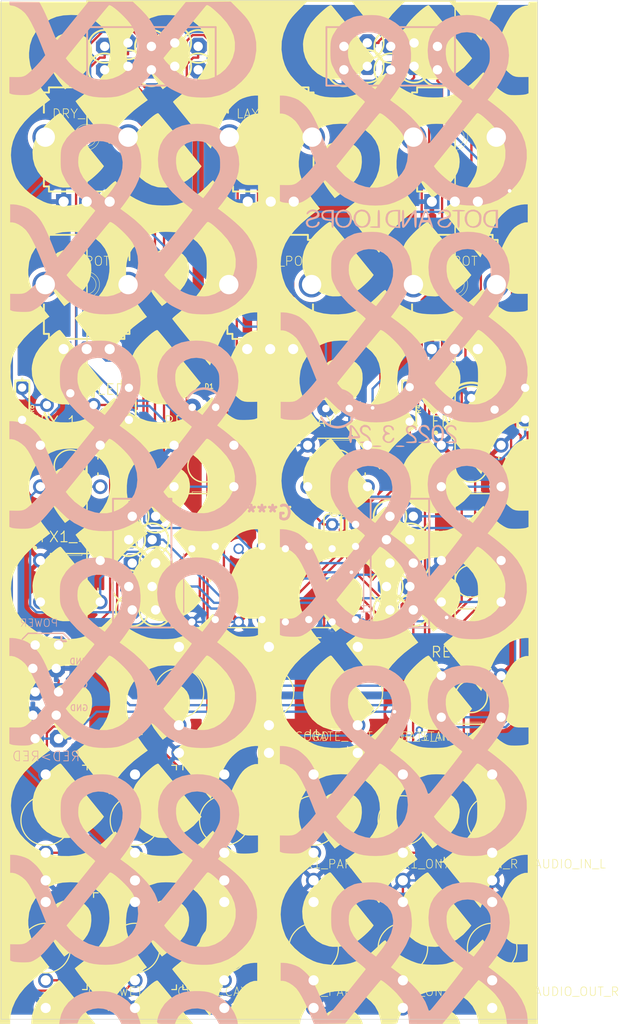
<source format=kicad_pcb>
(kicad_pcb (version 20211014) (generator pcbnew)
  (layers (0 "F.Cu" signal) (31 "B.Cu" signal) (34 "B.Paste" user) (35 "F.Paste" user) (36 "B.SilkS" user "B.Silkscreen") (37 "F.SilkS" user "F.Silkscreen") (38 "B.Mask" user) (39 "F.Mask" user) (44 "Edge.Cuts" user))
  (net 0 "")
  (net 1 "N$1")
  (net 2 "GND")
  (net 3 "-12V")
  (net 4 "AUDIO_IN_L")
  (net 5 "AUDIO_IN_R")
  (net 6 "AUDIO_OUT_R")
  (net 7 "AUDIO_OUT_L")
  (net 8 "MUX_SEL_0")
  (net 9 "MUX_SEL_1")
  (net 10 "MUX_SEL_2")
  (net 11 "MUX_COMMON")
  (net 12 "+3V3")
  (net 13 "CV1")
  (net 14 "CV2")
  (net 15 "CV3")
  (net 16 "CV4")
  (net 17 "CV5")
  (net 18 "CV6")
  (net 19 "CV7")
  (net 20 "CV8")
  (net 21 "MUX0")
  (net 22 "MUX1")
  (net 23 "MUX2")
  (net 24 "MUX3")
  (net 25 "MUX4")
  (net 26 "MUX5")
  (net 27 "REC_BUT")
  (net 28 "PLAY_BUT")
  (net 29 "LED_REC")
  (net 30 "LED_PLAY")
  (net 31 "EFX1_SEL_BUT")
  (net 32 "G_IN_REC")
  (net 33 "G_IN_PLAY")
  (net 34 "G_OUT_LOOP")
  (net 35 "EFX2_ON_BUT")
  (net 36 "EFX2_SEL_BUT")
  (net 37 "RESET_BUT")
  (net 38 "EFX1_ON_BUT")
  (net 39 "LED_FX1_A")
  (net 40 "LED_FX2_A")
  (net 41 "LED_FX1_B")
  (net 42 "LED_FX2_B")
  (net 43 "N$3")
  (net 44 "N$4")
  (net 45 "N$5")
  (net 46 "N$6")
  (footprint "dots-test:9MM_SNAP-IN_POT" (layer "F.Cu") (at 156.2815 53.086)
    (fp_text reference "LAYER_POT")
    (fp_text value "")
  )
  (footprint "dots-test:LED_3MM" (layer "F.Cu") (at 149.0213 82.407)
    (fp_text reference "D1")
    (fp_text value "")
  )
  (footprint "dots-test:9MM_SNAP-IN_POT" (layer "F.Cu") (at 176.284 69.088)
    (fp_text reference "FX2_POT")
    (fp_text value "")
  )
  (footprint "dots-test:WQP-PJ301M-12_JACK" (layer "F.Cu") (at 156.083 113.411)
    (fp_text reference "GATE_OUT_LOOP_START")
    (fp_text value "THONKICONNNEW" hide)
  )
  (footprint "dots-test:B3F-1000" (layer "F.Cu") (at 178.062 88.773)
    (fp_text reference "EFX2_ON")
    (fp_text value "B3F-1000")
  )
  (footprint "dots-test:WQP-PJ301M-12_JACK" (layer "F.Cu") (at 131.826 127.254)
    (fp_text reference "CV1_DRY")
    (fp_text value "THONKICONNNEW" hide)
  )
  (footprint "dots-test:AXIAL-0.3" (layer "F.Cu") (at 183.896 82.042 90)
    (fp_text reference "R3")
    (fp_text value "10k")
  )
  (footprint "dots-test:WQP-PJ301M-12_JACK" (layer "F.Cu") (at 160.9344 127.254)
    (fp_text reference "CV7_EFX1_ON")
    (fp_text value "THONKICONNNEW" hide)
  )
  (footprint "dots-test:B3F-1000" (layer "F.Cu") (at 163.5417 88.773)
    (fp_text reference "PLAY")
    (fp_text value "B3F-1000")
  )
  (footprint "dots-test:AXIAL-0.3" (layer "F.Cu") (at 140.843 82.042 90)
    (fp_text reference "R5")
    (fp_text value "10k")
  )
  (footprint "dots-test:B3F-1000" (layer "F.Cu") (at 178.062 113.792)
    (fp_text reference "RESET")
    (fp_text value "B3F-1000")
  )
  (footprint "dots-test:WQP-PJ301M-12_JACK" (layer "F.Cu") (at 165.735 113.411)
    (fp_text reference "GATE_IN_PLAY")
    (fp_text value "THONKICONNNEW" hide)
  )
  (footprint "dots-test:9MM_SNAP-IN_POT" (layer "F.Cu") (at 156.218 69.088)
    (fp_text reference "DECAY_POT")
    (fp_text value "")
  )
  (footprint "dots-test:TLUV5300" (layer "F.Cu") (at 178.062 82.661 180)
    (fp_text reference "LED2")
    (fp_text value "TLUV5300")
  )
  (footprint "dots-test:B3F-1000" (layer "F.Cu") (at 134.501 88.773)
    (fp_text reference "EFX_1_ON")
    (fp_text value "B3F-1000")
  )
  (footprint "dots-test:WQP-PJ301M-12_JACK" (layer "F.Cu") (at 160.9344 141.097)
    (fp_text reference "CV8_EFX2_ON")
    (fp_text value "THONKICONNNEW" hide)
  )
  (footprint "dots-test:9MM_SNAP-IN_POT" (layer "F.Cu") (at 136.279 53.086)
    (fp_text reference "DRY_POT")
    (fp_text value "")
  )
  (footprint "dots-test:WQP-PJ301M-12_JACK" (layer "F.Cu") (at 141.5288 141.097)
    (fp_text reference "CV4_DECAY")
    (fp_text value "THONKICONNNEW" hide)
  )
  (footprint "dots-test:B3F-1000" (layer "F.Cu") (at 134.501 101.2825)
    (fp_text reference "EFX1_SEL")
    (fp_text value "B3F-1000")
  )
  (footprint "dots-test:AXIAL-0.3" (layer "F.Cu") (at 171.323 82.042 -90)
    (fp_text reference "R4")
    (fp_text value "10k")
  )
  (footprint "dots-test:TLUV5300" (layer "F.Cu") (at 134.501 82.153 180)
    (fp_text reference "LED1")
    (fp_text value "TLUV5300")
  )
  (footprint "dots-test:WQP-PJ301M-12_JACK" (layer "F.Cu") (at 151.2316 127.254)
    (fp_text reference "CV5_FX1_PARAM")
    (fp_text value "THONKICONNNEW" hide)
  )
  (footprint "dots-test:B3F-1000" (layer "F.Cu") (at 178.062 101.2825)
    (fp_text reference "EFX2_SEL")
    (fp_text value "B3F-1000")
  )
  (footprint "dots-test:WQP-PJ301M-12_JACK" (layer "F.Cu") (at 180.34 141.097)
    (fp_text reference "AUDIO_OUT_R")
    (fp_text value "THONKICONNNEW" hide)
  )
  (footprint "dots-test:B3F-1000" (layer "F.Cu") (at 149.0213 88.773)
    (fp_text reference "RECORD")
    (fp_text value "B3F-1000")
  )
  (footprint "dots-test:WQP-PJ301M-12_JACK" (layer "F.Cu") (at 146.304 113.411)
    (fp_text reference "GATE_IN_RECORD")
    (fp_text value "THONKICONNNEW" hide)
  )
  (footprint "dots-test:WQP-PJ301M-12_JACK" (layer "F.Cu") (at 170.6372 141.097)
    (fp_text reference "AUDIO_OUT_L")
    (fp_text value "THONKICONNNEW" hide)
  )
  (footprint "dots-test:C025-024X044" (layer "F.Cu") (at 164.219 95.123)
    (fp_text reference "C2")
    (fp_text value "")
  )
  (footprint "dots-test:LED_3MM" (layer "F.Cu") (at 163.5417 82.534)
    (fp_text reference "D2")
    (fp_text value "")
  )
  (footprint "dots-test:WQP-PJ301M-12_JACK" (layer "F.Cu") (at 170.6372 127.254)
    (fp_text reference "AUDIO_IN_R")
    (fp_text value "THONKICONNNEW" hide)
  )
  (footprint "dots-test:9MM_SNAP-IN_POT" (layer "F.Cu") (at 136.279 69.088)
    (fp_text reference "WET_POT")
    (fp_text value "")
  )
  (footprint "dots-test:ES_DAISY_PATCH_SM_REV1_ULTRA_LOCK" (layer "F.Cu") (at 156.312 72.318 90)
    (fp_text reference "U1" hide)
    (fp_text value "ES_DAISY_PATCH_SMULTRA_LOCK" hide)
  )
  (footprint "dots-test:WQP-PJ301M-12_JACK" (layer "F.Cu") (at 180.34 127.254)
    (fp_text reference "AUDIO_IN_L")
    (fp_text value "THONKICONNNEW" hide)
  )
  (footprint "dots-test:WQP-PJ301M-12_JACK" (layer "F.Cu") (at 131.826 141.097)
    (fp_text reference "CV2_WET")
    (fp_text value "THONKICONNNEW" hide)
  )
  (footprint "dots-test:9MM_SNAP-IN_POT" (layer "F.Cu") (at 176.284 53.086)
    (fp_text reference "FX1_POT")
    (fp_text value "")
  )
  (footprint "ampamplibrary:dots_pcb_front" (layer "F.Cu") (at 156.083 93.853)
    (fp_text reference "G***")
    (fp_text value "LOGO" hide)
  )
  (footprint "dots-test:WQP-PJ301M-12_JACK" (layer "F.Cu") (at 141.5288 127.254)
    (fp_text reference "CV3_LAYERS")
    (fp_text value "THONKICONNNEW" hide)
  )
  (footprint "dots-test:WQP-PJ301M-12_JACK" (layer "F.Cu") (at 151.2316 141.097)
    (fp_text reference "CV6_FX2_PARAM")
    (fp_text value "THONKICONNNEW" hide)
  )
  (footprint "dots-test:AXIAL-0.3" (layer "F.Cu") (at 129.286 82.042 -90)
    (fp_text reference "R6")
    (fp_text value "10k")
  )
  (footprint "dots-test:EURO_PWR_HEADER_LOCK" (layer "B.Cu") (at 131.826 113.284 90)
    (fp_text reference "C1" hide)
    (fp_text value "EURO_POWER_LOCKFAT-LOCK" hide)
  )
  (footprint "ampamplibrary:dots_pcb_back" (layer "B.Cu") (at 156.083 93.853 180)
    (fp_text reference "G***")
    (fp_text value "LOGO" hide)
  )
  (footprint "dots-test:DIP794W45P254L1969H508Q16" (layer "B.Cu") (at 156.599 101.473 90)
    (fp_text reference "U2")
    (fp_text value "CD4051BE")
  )
  (gr_line locked (start 127 38.227) (end 127 148.827) (layer "Edge.Cuts") (width 0.05))
  (gr_line locked (start 185.26 38.227) (end 127 38.227) (layer "Edge.Cuts") (width 0.05))
  (gr_line locked (start 185.26 148.827) (end 185.26 38.227) (layer "Edge.Cuts") (width 0.05))
  (gr_line locked (start 127 148.827) (end 185.26 148.827) (layer "Edge.Cuts") (width 0.05))
  (segment (start 134.4423 108.204) (end 140.9748 114.7365) (width 0.25) (layer "B.Cu") (net 1))
  (segment (start 182.8302 98.3906) (end 178.6776 94.238) (width 0.25) (layer "B.Cu") (net 1))
  (segment (start 140.9748 114.7365) (end 170.6972 114.7365) (width 0.25) (layer "B.Cu") (net 1))
  (segment (start 130.683 108.204) (end 133.223 108.204) (width 0.25) (layer "B.Cu") (net 1))
  (segment (start 182.8302 116.0832) (end 182.8302 98.3906) (width 0.25) (layer "B.Cu") (net 1))
  (segment (start 170.6972 114.7365) (end 173.0805 117.1198) (width 0.25) (layer "B.Cu") (net 1))
  (segment (start 133.223 108.204) (end 134.4423 108.204) (width 0.25) (layer "B.Cu") (net 1))
  (segment (start 178.6776 94.238) (end 171.772 94.238) (width 0.25) (layer "B.Cu") (net 1))
  (segment (start 181.7936 117.1198) (end 182.8302 116.0832) (width 0.25) (layer "B.Cu") (net 1))
  (segment (start 173.0805 117.1198) (end 181.7936 117.1198) (width 0.25) (layer "B.Cu") (net 1))
  (segment (start 132.969 116.4336) (end 133.223 116.1796) (width 0.25) (layer "F.Cu") (net 2))
  (segment (start 180.34 122.254) (end 180.2041 122.1181) (width 0.25) (layer "F.Cu") (net 2))
  (segment (start 133.779 76.088) (end 133.779 80.161) (width 0.25) (layer "F.Cu") (net 2))
  (segment (start 132.969 110.744) (end 132.969 111.3536) (width 0.25) (layer "F.Cu") (net 2))
  (segment (start 131.953 117.7663) (end 132.676 117.0433) (width 0.25) (layer "F.Cu") (net 2))
  (segment (start 133.779 60.086) (end 133.779 76.088) (width 0.25) (layer "F.Cu") (net 2))
  (segment (start 131.826 122.254) (end 131.953 122.127) (width 0.25) (layer "F.Cu") (net 2))
  (segment (start 165.489 87.8257) (end 166.7917 86.523) (width 0.25) (layer "F.Cu") (net 2))
  (segment (start 173.784 74.9853) (end 173.9508 74.8185) (width 0.25) (layer "F.Cu") (net 2))
  (segment (start 165.489 95.123) (end 165.489 87.8257) (width 0.25) (layer "F.Cu") (net 2))
  (segment (start 153.7815 60.086) (end 153.7815 61.1887) (width 0.25) (layer "F.Cu") (net 2))
  (segment (start 146.1753 86.523) (end 145.7713 86.523) (width 0.25) (layer "F.Cu") (net 2))
  (segment (start 147.709 107.006) (end 147.709 105.698) (width 0.25) (layer "F.Cu") (net 2))
  (segment (start 132.2579 111.3536) (end 131.6483 110.744) (width 0.25) (layer "F.Cu") (net 2))
  (segment (start 162.949 101.4482) (end 162.949 105.698) (width 0.25) (layer "F.Cu") (net 2))
  (segment (start 153.8649 74.8384) (end 153.8649 61.2721) (width 0.25) (layer "F.Cu") (net 2))
  (segment (start 165.489 95.123) (end 165.489 96.0624) (width 0.25) (layer "F.Cu") (net 2))
  (segment (start 133.779 80.161) (end 134.501 80.883) (width 0.25) (layer "F.Cu") (net 2))
  (segment (start 180.2041 122.1181) (end 180.2041 112.6499) (width 0.25) (layer "F.Cu") (net 2))
  (segment (start 180.2041 112.6499) (end 181.312 111.542) (width 0.25) (layer "F.Cu") (net 2))
  (segment (start 136.6586 87.6154) (end 137.751 86.523) (width 0.25) (layer "F.Cu") (net 2))
  (segment (start 170.6372 133.754) (end 170.6372 136.097) (width 0.25) (layer "F.Cu") (net 2))
  (segment (start 150.2913 82.407) (end 146.1753 86.523) (width 0.25) (layer "F.Cu") (net 2))
  (segment (start 160.9344 136.097) (end 160.9344 133.754) (width 0.25) (layer "F.Cu") (net 2))
  (segment (start 133.223 113.284) (end 133.223 112.0647) (width 0.25) (layer "F.Cu") (net 2))
  (segment (start 153.718 76.088) (end 153.718 74.9853) (width 0.25) (layer "F.Cu") (net 2))
  (segment (start 146.304 108.411) (end 147.709 107.006) (width 0.25) (layer "F.Cu") (net 2))
  (segment (start 132.969 115.824) (end 132.969 116.4336) (width 0.25) (layer "F.Cu") (net 2))
  (segment (start 133.223 112.0647) (end 133.1216 111.9633) (width 0.25) (layer "F.Cu") (net 2))
  (segment (start 153.8649 61.2721) (end 153.7815 61.1887) (width 0.25) (layer "F.Cu") (net 2))
  (segment (start 132.969 111.3536) (end 132.2579 111.3536) (width 0.25) (layer "F.Cu") (net 2))
  (segment (start 173.784 60.086) (end 173.784 61.1887) (width 0.25) (layer "F.Cu") (net 2))
  (segment (start 141.5288 133.754) (end 141.5288 136.097) (width 0.25) (layer "F.Cu") (net 2))
  (segment (start 136.6586 97.9401) (end 136.6586 87.6154) (width 0.25) (layer "F.Cu") (net 2))
  (segment (start 165.489 96.0624) (end 164.6 96.9514) (width 0.25) (layer "F.Cu") (net 2))
  (segment (start 173.9508 61.3555) (end 173.784 61.1887) (width 0.25) (layer "F.Cu") (net 2))
  (segment (start 173.784 76.088) (end 173.784 74.9853) (width 0.25) (layer "F.Cu") (net 2))
  (segment (start 164.6 99.7972) (end 162.949 101.4482) (width 0.25) (layer "F.Cu") (net 2))
  (segment (start 132.676 117.0433) (end 132.969 117.0433) (width 0.25) (layer "F.Cu") (net 2))
  (segment (start 133.223 116.1796) (end 133.223 113.284) (width 0.25) (layer "F.Cu") (net 2))
  (segment (start 133.1216 111.9633) (end 132.969 111.9633) (width 0.25) (layer "F.Cu") (net 2))
  (segment (start 132.969 111.3536) (end 132.969 111.9633) (width 0.25) (layer "F.Cu") (net 2))
  (segment (start 153.718 74.9853) (end 153.8649 74.8384) (width 0.25) (layer "F.Cu") (net 2))
  (segment (start 164.6 96.9514) (end 164.6 99.7972) (width 0.25) (layer "F.Cu") (net 2))
  (segment (start 131.826 136.097) (end 131.826 133.754) (width 0.25) (layer "F.Cu") (net 2))
  (segment (start 131.953 122.127) (end 131.953 117.7663) (width 0.25) (layer "F.Cu") (net 2))
  (segment (start 151.2316 136.097) (end 151.2316 133.754) (width 0.25) (layer "F.Cu") (net 2))
  (segment (start 180.34 133.754) (end 180.34 136.097) (width 0.25) (layer "F.Cu") (net 2))
  (segment (start 173.9508 74.8185) (end 173.9508 61.3555) (width 0.25) (layer "F.Cu") (net 2))
  (segment (start 130.429 110.744) (end 131.6483 110.744) (width 0.25) (layer "F.Cu") (net 2))
  (segment (start 137.751 99.0325) (end 136.6586 97.9401) (width 0.25) (layer "F.Cu") (net 2))
  (segment (start 132.969 116.4336) (end 132.969 117.0433) (width 0.25) (layer "F.Cu") (net 2))
  (segment (start 174.812 111.542) (end 171.681 108.411) (width 0.25) (layer "B.Cu") (net 2))
  (segment (start 153.718 76.088) (end 153.718 78.9803) (width 0.25) (layer "B.Cu") (net 2))
  (segment (start 173.8617 77.1907) (end 173.784 77.1907) (width 0.25) (layer "B.Cu") (net 2))
  (segment (start 152.2713 84.387) (end 150.2913 82.407) (width 0.25) (layer "B.Cu") (net 2))
  (segment (start 136.6775 147.597) (end 136.6775 136.097) (width 0.25) (layer "B.Cu") (net 2))
  (segment (start 162.949 106.625) (end 162.949 105.698) (width 0.25) (layer "B.Cu") (net 2))
  (segment (start 132.969 115.824) (end 130.429 115.824) (width 0.25) (layer "B.Cu") (net 2))
  (segment (start 175.4887 133.754) (end 175.4887 122.254) (width 0.25) (layer "B.Cu") (net 2))
  (segment (start 156.083 121.0825) (end 151.8173 121.0825) (width 0.25) (layer "B.Cu") (net 2))
  (segment (start 162.949 106.625) (end 157.869 106.625) (width 0.25) (layer "B.Cu") (net 2))
  (segment (start 165.735 108.411) (end 163.949 106.625) (width 0.25) (layer "B.Cu") (net 2))
  (segment (start 178.062 86.523) (end 178.062 81.391) (width 0.25) (layer "B.Cu") (net 2))
  (segment (start 141.5288 147.597) (end 151.2316 147.597) (width 0.25) (layer "B.Cu") (net 2))
  (segment (start 134.501 80.883) (end 134.501 83.273) (width 0.25) (layer "B.Cu") (net 2))
  (segment (start 164.8117 82.534) (end 164.8117 84.032) (width 0.25) (layer "B.Cu") (net 2))
  (segment (start 137.751 86.523) (end 135.9422 84.7142) (width 0.25) (layer "B.Cu") (net 2))
  (segment (start 135.9422 84.7141) (end 138.0004 82.6559) (width 0.25) (layer "B.Cu") (net 2))
  (segment (start 164.8117 84.032) (end 162.7827 84.032) (width 0.25) (layer "B.Cu") (net 2))
  (segment (start 151.2316 133.754) (end 141.5288 133.754) (width 0.25) (layer "B.Cu") (net 2))
  (segment (start 166.7917 86.523) (end 166.7917 86.012) (width 0.25) (layer "B.Cu") (net 2))
  (segment (start 135.9422 84.7141) (end 135.9421 84.7141) (width 0.25) (layer "B.Cu") (net 2))
  (segment (start 138.0004 82.6559) (end 141.3424 82.6559) (width 0.25) (layer "B.Cu") (net 2))
  (segment (start 157.869 106.625) (end 157.869 105.698) (width 0.25) (layer "B.Cu") (net 2))
  (segment (start 151.2316 147.597) (end 160.9344 147.597) (width 0.25) (layer "B.Cu") (net 2))
  (segment (start 170.6372 136.097) (end 160.9344 136.097) (width 0.25) (layer "B.Cu") (net 2))
  (segment (start 141.5288 136.097) (end 136.6775 136.097) (width 0.25) (layer "B.Cu") (net 2))
  (segment (start 141.232 94.238) (end 141.232 91.0623) (width 0.25) (layer "B.Cu") (net 2))
  (segment (start 160.2917 86.523) (end 152.2713 86.523) (width 0.25) (layer "B.Cu") (net 2))
  (segment (start 181.312 86.523) (end 178.062 86.523) (width 0.25) (layer "B.Cu") (net 2))
  (segment (start 152.2713 86.523) (end 152.2713 84.387) (width 0.25) (layer "B.Cu") (net 2))
  (segment (start 163.392 122.254) (end 165.735 119.911) (width 0.25) (layer "B.Cu") (net 2))
  (segment (start 141.232 91.0623) (end 145.4904 86.8039) (width 0.25) (layer "B.Cu") (net 2))
  (segment (start 173.784 60.086) (end 173.784 58.9833) (width 0.25) (layer "B.Cu") (net 2))
  (segment (start 170.6372 133.754) (end 175.4887 133.754) (width 0.25) (layer "B.Cu") (net 2))
  (segment (start 171.681 108.411) (end 165.735 108.411) (width 0.25) (layer "B.Cu") (net 2))
  (segment (start 178.062 81.391) (end 173.8617 77.1907) (width 0.25) (layer "B.Cu") (net 2))
  (segment (start 162.7827 84.032) (end 160.2917 86.523) (width 0.25) (layer "B.Cu") (net 2))
  (segment (start 131.251 99.0325) (end 137.751 99.0325) (width 0.25) (layer "B.Cu") (net 2))
  (segment (start 156.083 121.0825) (end 157.2545 122.254) (width 0.25) (layer "B.Cu") (net 2))
  (segment (start 173.784 76.088) (end 173.784 77.1907) (width 0.25) (layer "B.Cu") (net 2))
  (segment (start 175.4887 122.254) (end 170.6372 122.254) (width 0.25) (layer "B.Cu") (net 2))
  (segment (start 180.34 147.597) (end 170.6372 147.597) (width 0.25) (layer "B.Cu") (net 2))
  (segment (start 160.9344 136.097) (end 151.2316 136.097) (width 0.25) (layer "B.Cu") (net 2))
  (segment (start 157.1564 107.3376) (end 156.083 107.3376) (width 0.25) (layer "B.Cu") (net 2))
  (segment (start 141.3424 82.6559) (end 145.4904 86.8039) (width 0.25) (layer "B.Cu") (net 2))
  (segment (start 135.9421 84.7141) (end 134.501 83.273) (width 0.25) (layer "B.Cu") (net 2))
  (segment (start 181.312 111.542) (end 174.812 111.542) (width 0.25) (layer "B.Cu") (net 2))
  (segment (start 156.083 108.411) (end 156.083 107.3376) (width 0.25) (layer "B.Cu") (net 2))
  (segment (start 143.961 122.254) (end 146.304 119.911) (width 0.25) (layer "B.Cu") (net 2))
  (segment (start 166.7917 86.012) (end 164.8117 84.032) (width 0.25) (layer "B.Cu") (net 2))
  (segment (start 171.392 96.778) (end 172.6113 96.778) (width 0.25) (layer "B.Cu") (net 2))
  (segment (start 136.6775 147.597) (end 141.5288 147.597) (width 0.25) (layer "B.Cu") (net 2))
  (segment (start 168.078 122.254) (end 165.735 119.911) (width 0.25) (layer "B.Cu") (net 2))
  (segment (start 131.826 122.254) (end 141.5288 122.254) (width 0.25) (layer "B.Cu") (net 2))
  (segment (start 170.6372 147.597) (end 160.9344 147.597) (width 0.25) (layer "B.Cu") (net 2))
  (segment (start 171.392 96.778) (end 168.852 96.778) (width 0.25) (layer "B.Cu") (net 2))
  (segment (start 154.4286 107.3376) (end 152.789 105.698) (width 0.25) (layer "B.Cu") (net 2))
  (segment (start 135.9422 84.7142) (end 135.9422 84.7141) (width 0.25) (layer "B.Cu") (net 2))
  (segment (start 151.2316 121.6682) (end 148.0612 121.6682) (width 0.25) (layer "B.Cu") (net 2))
  (segment (start 150.504 105.698) (end 150.249 105.443) (width 0.25) (layer "B.Cu") (net 2))
  (segment (start 152.789 105.698) (end 150.504 105.698) (width 0.25) (layer "B.Cu") (net 2))
  (segment (start 136.6775 136.097) (end 131.826 136.097) (width 0.25) (layer "B.Cu") (net 2))
  (segment (start 134.501 83.273) (end 131.251 86.523) (width 0.25) (layer "B.Cu") (net 2))
  (segment (start 153.718 78.9803) (end 150.2913 82.407) (width 0.25) (layer "B.Cu") (net 2))
  (segment (start 180.34 122.254) (end 175.4887 122.254) (width 0.25) (layer "B.Cu") (net 2))
  (segment (start 156.083 121.0825) (end 156.083 119.911) (width 0.25) (layer "B.Cu") (net 2))
  (segment (start 181.312 99.0325) (end 174.812 99.0325) (width 0.25) (layer "B.Cu") (net 2))
  (segment (start 172.6113 96.8318) (end 174.812 99.0325) (width 0.25) (layer "B.Cu") (net 2))
  (segment (start 172.6113 96.778) (end 172.6113 96.8318) (width 0.25) (layer "B.Cu") (net 2))
  (segment (start 175.4887 133.754) (end 180.34 133.754) (width 0.25) (layer "B.Cu") (net 2))
  (segment (start 156.083 107.3376) (end 154.4286 107.3376) (width 0.25) (layer "B.Cu") (net 2))
  (segment (start 163.949 106.625) (end 162.949 106.625) (width 0.25) (layer "B.Cu") (net 2))
  (segment (start 141.5288 122.254) (end 143.961 122.254) (width 0.25) (layer "B.Cu") (net 2))
  (segment (start 157.2545 122.254) (end 160.9344 122.254) (width 0.25) (layer "B.Cu") (net 2))
  (segment (start 145.4904 86.8039) (end 145.7713 86.523) (width 0.25) (layer "B.Cu") (net 2))
  (segment (start 131.826 147.597) (end 136.6775 147.597) (width 0.25) (layer "B.Cu") (net 2))
  (segment (start 149.994 105.698) (end 150.249 105.443) (width 0.25) (layer "B.Cu") (net 2))
  (segment (start 157.869 106.625) (end 157.1564 107.3376) (width 0.25) (layer "B.Cu") (net 2))
  (segment (start 167.6327 96.778) (end 166.4284 95.5737) (width 0.25) (layer "B.Cu") (net 2))
  (segment (start 164.232 49.4313) (end 173.784 58.9833) (width 0.25) (layer "B.Cu") (net 2))
  (segment (start 170.6372 122.254) (end 168.078 122.254) (width 0.25) (layer "B.Cu") (net 2))
  (segment (start 148.0612 121.6682) (end 146.304 119.911) (width 0.25) (layer "B.Cu") (net 2))
  (segment (start 133.223 113.284) (end 130.683 113.284) (width 0.25) (layer "B.Cu") (net 2))
  (segment (start 151.2316 121.6682) (end 151.2316 122.254) (width 0.25) (layer "B.Cu") (net 2))
  (segment (start 147.709 105.698) (end 149.994 105.698) (width 0.25) (layer "B.Cu") (net 2))
  (segment (start 166.7917 86.523) (end 174.812 86.523) (width 0.25) (layer "B.Cu") (net 2))
  (segment (start 165.489 95.123) (end 166.4284 95.123) (width 0.25) (layer "B.Cu") (net 2))
  (segment (start 160.9344 122.254) (end 163.392 122.254) (width 0.25) (layer "B.Cu") (net 2))
  (segment (start 166.4284 95.5737) (end 166.4284 95.123) (width 0.25) (layer "B.Cu") (net 2))
  (segment (start 178.062 86.523) (end 174.812 86.523) (width 0.25) (layer "B.Cu") (net 2))
  (segment (start 164.232 45.778) (end 164.232 49.4313) (width 0.25) (layer "B.Cu") (net 2))
  (segment (start 168.852 96.778) (end 167.6327 96.778) (width 0.25) (layer "B.Cu") (net 2))
  (segment (start 151.8173 121.0825) (end 151.2316 121.6682) (width 0.25) (layer "B.Cu") (net 2))
  (segment (start 171.772 104.398) (end 171.772 113.3939) (width 0.25) (layer "F.Cu") (net 3))
  (segment (start 171.772 113.3939) (end 169.7185 115.4474) (width 0.25) (layer "F.Cu") (net 3))
  (via (at 169.7185 115.4474) (size 0.8) (drill 0.4) (layers "F.Cu" "B.Cu") (net 3))
  (segment (start 133.223 118.364) (end 134.4423 118.364) (width 0.25) (layer "B.Cu") (net 3))
  (segment (start 137.3589 115.4474) (end 169.7185 115.4474) (width 0.25) (layer "B.Cu") (net 3))
  (segment (start 133.223 118.364) (end 130.683 118.364) (width 0.25) (layer "B.Cu") (net 3))
  (segment (start 134.4423 118.364) (end 137.3589 115.4474) (width 0.25) (layer "B.Cu") (net 3))
  (segment (start 182.8901 130.754) (end 183.4384 130.2057) (width 0.25) (layer "F.Cu") (net 4))
  (segment (start 180.34 130.754) (end 182.8901 130.754) (width 0.25) (layer "F.Cu") (net 4))
  (segment (start 166.772 42.858) (end 167.9913 42.858) (width 0.25) (layer "F.Cu") (net 4))
  (segment (start 182.9246 49.9113) (end 174.6124 41.5991) (width 0.25) (layer "F.Cu") (net 4))
  (segment (start 174.6124 41.5991) (end 169.1037 41.5991) (width 0.25) (layer "F.Cu") (net 4))
  (segment (start 183.4384 85.4846) (end 182.8412 84.8874) (width 0.25) (layer "F.Cu") (net 4))
  (segment (start 167.9913 42.7115) (end 167.9913 42.858) (width 0.25) (layer "F.Cu") (net 4))
  (segment (start 182.8412 84.8874) (end 182.8412 71.1311) (width 0.25) (layer "F.Cu") (net 4))
  (segment (start 183.4384 130.2057) (end 183.4384 85.4846) (width 0.25) (layer "F.Cu") (net 4))
  (segment (start 169.1037 41.5991) (end 167.9913 42.7115) (width 0.25) (layer "F.Cu") (net 4))
  (segment (start 182.8412 71.1311) (end 182.9246 71.0477) (width 0.25) (layer "F.Cu") (net 4))
  (segment (start 182.9246 71.0477) (end 182.9246 49.9113) (width 0.25) (layer "F.Cu") (net 4))
  (segment (start 173.7624 122.9349) (end 173.7624 130.1865) (width 0.25) (layer "F.Cu") (net 5))
  (segment (start 170.5313 43.4036) (end 171.3063 44.1786) (width 0.25) (layer "F.Cu") (net 5))
  (segment (start 172.6812 66.6969) (end 173.482 67.4977) (width 0.25) (layer "F.Cu") (net 5))
  (segment (start 173.1218 51.4772) (end 173.4938 51.8492) (width 0.25) (layer "F.Cu") (net 5))
  (segment (start 173.04 113.5321) (end 171.7466 114.8255) (width 0.25) (layer "F.Cu") (net 5))
  (segment (start 171.7466 114.8255) (end 171.7466 120.9191) (width 0.25) (layer "F.Cu") (net 5))
  (segment (start 173.4938 51.8492) (end 173.4938 53.9482) (width 0.25) (layer "F.Cu") (net 5))
  (segment (start 172.6812 70.7628) (end 172.6812 81.1362) (width 0.25) (layer "F.Cu") (net 5))
  (segment (start 172.6812 81.1362) (end 173.04 81.495) (width 0.25) (layer "F.Cu") (net 5))
  (segment (start 171.7466 120.9191) (end 173.7624 122.9349) (width 0.25) (layer "F.Cu") (net 5))
  (segment (start 173.7624 130.1865) (end 173.1949 130.754) (width 0.25) (layer "F.Cu") (net 5))
  (segment (start 173.04 81.495) (end 173.04 113.5321) (width 0.25) (layer "F.Cu") (net 5))
  (segment (start 173.4938 53.9482) (end 172.6812 54.7608) (width 0.25) (layer "F.Cu") (net 5))
  (segment (start 173.1949 130.754) (end 170.6372 130.754) (width 0.25) (layer "F.Cu") (net 5))
  (segment (start 172.448 44.1786) (end 173.1218 44.8524) (width 0.25) (layer "F.Cu") (net 5))
  (segment (start 171.3063 44.1786) (end 172.448 44.1786) (width 0.25) (layer "F.Cu") (net 5))
  (segment (start 173.482 67.4977) (end 173.482 69.962) (width 0.25) (layer "F.Cu") (net 5))
  (segment (start 172.6812 54.7608) (end 172.6812 66.6969) (width 0.25) (layer "F.Cu") (net 5))
  (segment (start 173.1218 44.8524) (end 173.1218 51.4772) (width 0.25) (layer "F.Cu") (net 5))
  (segment (start 169.312 43.238) (end 170.5313 43.238) (width 0.25) (layer "F.Cu") (net 5))
  (segment (start 170.5313 43.238) (end 170.5313 43.4036) (width 0.25) (layer "F.Cu") (net 5))
  (segment (start 173.482 69.962) (end 172.6812 70.7628) (width 0.25) (layer "F.Cu") (net 5))
  (segment (start 177.7779 144.597) (end 177.2567 144.0758) (width 0.25) (layer "F.Cu") (net 6))
  (segment (start 182.3954 70.8058) (end 182.4888 70.7124) (width 0.25) (layer "F.Cu") (net 6))
  (segment (start 182.4888 59.1711) (end 182.2333 58.9156) (width 0.25) (layer "F.Cu") (net 6))
  (segment (start 182.3954 100.4514) (end 182.3954 70.8058) (width 0.25) (layer "F.Cu") (net 6))
  (segment (start 180.34 144.597) (end 177.7779 144.597) (width 0.25) (layer "F.Cu") (net 6))
  (segment (start 182.4888 70.7124) (end 182.4888 59.1711) (width 0.25) (layer "F.Cu") (net 6))
  (segment (start 177.2567 144.0758) (end 177.2567 105.5901) (width 0.25) (layer "F.Cu") (net 6))
  (segment (start 177.2567 105.5901) (end 182.3954 100.4514) (width 0.25) (layer "F.Cu") (net 6))
  (via (at 182.2333 58.9156) (size 0.8) (drill 0.4) (layers "F.Cu" "B.Cu") (net 6))
  (segment (start 174.392 43.238) (end 174.392 44.4573) (width 0.25) (layer "B.Cu") (net 6))
  (segment (start 174.392 44.4573) (end 174.9255 44.4573) (width 0.25) (layer "B.Cu") (net 6))
  (segment (start 175.6113 52.2936) (end 182.2333 58.9156) (width 0.25) (layer "B.Cu") (net 6))
  (segment (start 174.9255 44.4573) (end 175.6113 45.1431) (width 0.25) (layer "B.Cu") (net 6))
  (segment (start 175.6113 45.1431) (end 175.6113 52.2936) (width 0.25) (layer "B.Cu") (net 6))
  (segment (start 178.0826 56.8567) (end 179.8937 58.6678) (width 0.25) (layer "F.Cu") (net 7))
  (segment (start 179.9106 81.4145) (end 178.4894 82.8357) (width 0.25) (layer "F.Cu") (net 7))
  (segment (start 171.852 42.858) (end 173.0713 42.858) (width 0.25) (layer "F.Cu") (net 7))
  (segment (start 178.0826 47.6383) (end 178.0826 56.8567) (width 0.25) (layer "F.Cu") (net 7))
  (segment (start 176.0873 105.09) (end 176.0873 141.6462) (width 0.25) (layer "F.Cu") (net 7))
  (segment (start 179.8937 60.6503) (end 179.1092 61.4348) (width 0.25) (layer "F.Cu") (net 7))
  (segment (start 179.1092 74.715) (end 179.9106 75.5164) (width 0.25) (layer "F.Cu") (net 7))
  (segment (start 174.9523 44.508) (end 178.0826 47.6383) (width 0.25) (layer "F.Cu") (net 7))
  (segment (start 179.8937 58.6678) (end 179.8937 60.6503) (width 0.25) (layer "F.Cu") (net 7))
  (segment (start 179.9106 75.5164) (end 179.9106 81.4145) (width 0.25) (layer "F.Cu") (net 7))
  (segment (start 178.4894 82.8357) (end 178.4894 102.6879) (width 0.25) (layer "F.Cu") (net 7))
  (segment (start 173.0713 42.858) (end 173.0713 43.7725) (width 0.25) (layer "F.Cu") (net 7))
  (segment (start 173.1365 144.597) (end 170.6372 144.597) (width 0.25) (layer "F.Cu") (net 7))
  (segment (start 179.1092 61.4348) (end 179.1092 74.715) (width 0.25) (layer "F.Cu") (net 7))
  (segment (start 173.0713 43.7725) (end 173.8068 44.508) (width 0.25) (layer "F.Cu") (net 7))
  (segment (start 173.8068 44.508) (end 174.9523 44.508) (width 0.25) (layer "F.Cu") (net 7))
  (segment (start 178.4894 102.6879) (end 176.0873 105.09) (width 0.25) (layer "F.Cu") (net 7))
  (segment (start 176.0873 141.6462) (end 173.1365 144.597) (width 0.25) (layer "F.Cu") (net 7))
  (segment (start 170.502 104.9373) (end 169.7746 105.6647) (width 0.25) (layer "F.Cu") (net 8))
  (segment (start 171.392 103.0773) (end 171.2455 103.0773) (width 0.25) (layer "F.Cu") (net 8))
  (segment (start 165.0445 102.0411) (end 165.0445 100.3111) (width 0.25) (layer "F.Cu") (net 8))
  (segment (start 171.392 101.858) (end 171.392 103.0773) (width 0.25) (layer "F.Cu") (net 8))
  (segment (start 169.7746 105.6647) (end 168.6681 105.6647) (width 0.25) (layer "F.Cu") (net 8))
  (segment (start 168.6681 105.6647) (end 165.0445 102.0411) (width 0.25) (layer "F.Cu") (net 8))
  (segment (start 171.2455 103.0773) (end 170.502 103.8208) (width 0.25) (layer "F.Cu") (net 8))
  (segment (start 170.502 103.8208) (end 170.502 104.9373) (width 0.25) (layer "F.Cu") (net 8))
  (via (at 165.0445 100.3111) (size 0.8) (drill 0.4) (layers "F.Cu" "B.Cu") (net 8))
  (segment (start 165.0445 100.3111) (end 155.3421 100.3111) (width 0.25) (layer "B.Cu") (net 8))
  (segment (start 155.3421 100.3111) (end 152.789 97.758) (width 0.25) (layer "B.Cu") (net 8))
  (segment (start 165.7324 100.5816) (end 169.8225 100.5816) (width 0.25) (layer "B.Cu") (net 9))
  (segment (start 165.3252 100.9888) (end 165.7324 100.5816) (width 0.25) (layer "B.Cu") (net 9))
  (segment (start 170.5527 99.8514) (end 170.5527 99.318) (width 0.25) (layer "B.Cu") (net 9))
  (segment (start 150.249 97.503) (end 153.7348 100.9888) (width 0.25) (layer "B.Cu") (net 9))
  (segment (start 169.8225 100.5816) (end 170.5527 99.8514) (width 0.25) (layer "B.Cu") (net 9))
  (segment (start 153.7348 100.9888) (end 165.3252 100.9888) (width 0.25) (layer "B.Cu") (net 9))
  (segment (start 171.772 99.318) (end 170.5527 99.318) (width 0.25) (layer "B.Cu") (net 9))
  (segment (start 140.852 101.858) (end 142.0713 101.858) (width 0.25) (layer "F.Cu") (net 10))
  (segment (start 144.8283 100.6387) (end 147.709 97.758) (width 0.25) (layer "F.Cu") (net 10))
  (segment (start 142.0713 101.858) (end 142.0713 101.3245) (width 0.25) (layer "F.Cu") (net 10))
  (segment (start 142.7571 100.6387) (end 144.8283 100.6387) (width 0.25) (layer "F.Cu") (net 10))
  (segment (start 142.0713 101.3245) (end 142.7571 100.6387) (width 0.25) (layer "F.Cu") (net 10))
  (segment (start 159.2178 104.2518) (end 160.409 105.443) (width 0.25) (layer "B.Cu") (net 11))
  (segment (start 149.7973 104.2518) (end 159.2178 104.2518) (width 0.25) (layer "B.Cu") (net 11))
  (segment (start 141.232 99.318) (end 141.232 100.5373) (width 0.25) (layer "B.Cu") (net 11))
  (segment (start 142.1726 101.3124) (end 142.1726 102.454) (width 0.25) (layer "B.Cu") (net 11))
  (segment (start 142.8465 103.1279) (end 148.6734 103.1279) (width 0.25) (layer "B.Cu") (net 11))
  (segment (start 142.1726 102.454) (end 142.8465 103.1279) (width 0.25) (layer "B.Cu") (net 11))
  (segment (start 141.3975 100.5373) (end 142.1726 101.3124) (width 0.25) (layer "B.Cu") (net 11))
  (segment (start 141.232 100.5373) (end 141.3975 100.5373) (width 0.25) (layer "B.Cu") (net 11))
  (segment (start 148.6734 103.1279) (end 149.7973 104.2518) (width 0.25) (layer "B.Cu") (net 11))
  (segment (start 158.7815 60.086) (end 158.7815 61.1903) (width 0.25) (layer "F.Cu") (net 12))
  (segment (start 178.784 61.1903) (end 178.7022 61.2721) (width 0.25) (layer "F.Cu") (net 12))
  (segment (start 169.232 104.398) (end 169.232 103.1787) (width 0.25) (layer "F.Cu") (net 12))
  (segment (start 158.718 76.088) (end 158.718 91.8314) (width 0.25) (layer "F.Cu") (net 12))
  (segment (start 178.7022 61.2721) (end 178.7022 74.9019) (width 0.25) (layer "F.Cu") (net 12))
  (segment (start 178.784 60.086) (end 178.784 61.1903) (width 0.25) (layer "F.Cu") (net 12))
  (segment (start 158.718 61.2538) (end 158.718 76.088) (width 0.25) (layer "F.Cu") (net 12))
  (segment (start 165.7222 97.7362) (end 165.489 97.503) (width 0.25) (layer "F.Cu") (net 12))
  (segment (start 165.7222 100.5715) (end 165.7222 97.7362) (width 0.25) (layer "F.Cu") (net 12))
  (segment (start 158.7815 61.1903) (end 158.718 61.2538) (width 0.25) (layer "F.Cu") (net 12))
  (segment (start 162.949 95.123) (end 162.0096 95.123) (width 0.25) (layer "F.Cu") (net 12))
  (segment (start 178.784 76.088) (end 178.784 74.9837) (width 0.25) (layer "F.Cu") (net 12))
  (segment (start 178.7022 74.9019) (end 178.784 74.9837) (width 0.25) (layer "F.Cu") (net 12))
  (segment (start 169.232 103.1787) (end 168.3294 103.1787) (width 0.25) (layer "F.Cu") (net 12))
  (segment (start 168.3294 103.1787) (end 165.7222 100.5715) (width 0.25) (layer "F.Cu") (net 12))
  (segment (start 138.779 76.088) (end 138.779 60.086) (width 0.25) (layer "F.Cu") (net 12))
  (segment (start 158.718 91.8314) (end 162.0096 95.123) (width 0.25) (layer "F.Cu") (net 12))
  (segment (start 158.7815 60.086) (end 159.8858 60.086) (width 0.25) (layer "B.Cu") (net 12))
  (segment (start 162.949 95.123) (end 163.8884 95.123) (width 0.25) (layer "B.Cu") (net 12))
  (segment (start 163.8884 95.9024) (end 165.489 97.503) (width 0.25) (layer "B.Cu") (net 12))
  (segment (start 157.6137 75.8238) (end 157.6137 76.088) (width 0.25) (layer "B.Cu") (net 12))
  (segment (start 153.4525 73.6552) (end 155.4451 73.6552) (width 0.25) (layer "B.Cu") (net 12))
  (segment (start 163.8884 95.123) (end 163.8884 95.9024) (width 0.25) (layer "B.Cu") (net 12))
  (segment (start 158.718 76.088) (end 157.6137 76.088) (width 0.25) (layer "B.Cu") (net 12))
  (segment (start 138.779 60.086) (end 139.8833 60.086) (width 0.25) (layer "B.Cu") (net 12))
  (segment (start 139.8833 60.086) (end 153.4525 73.6552) (width 0.25) (layer "B.Cu") (net 12))
  (segment (start 155.4451 73.6552) (end 157.6137 75.8238) (width 0.25) (layer "B.Cu") (net 12))
  (segment (start 177.6797 60.3621) (end 176.8492 61.1926) (width 0.25) (layer "B.Cu") (net 12))
  (segment (start 160.9924 61.1926) (end 159.8858 60.086) (width 0.25) (layer "B.Cu") (net 12))
  (segment (start 177.6797 60.086) (end 177.6797 60.3621) (width 0.25) (layer "B.Cu") (net 12))
  (segment (start 176.8492 61.1926) (end 160.9924 61.1926) (width 0.25) (layer "B.Cu") (net 12))
  (segment (start 178.784 60.086) (end 177.6797 60.086) (width 0.25) (layer "B.Cu") (net 12))
  (segment (start 131.826 130.754) (end 134.3208 130.754) (width 0.25) (layer "F.Cu") (net 13))
  (segment (start 135.1269 47.029) (end 137.6986 44.4573) (width 0.25) (layer "F.Cu") (net 13))
  (segment (start 135.5331 129.5417) (end 135.5331 80.3443) (width 0.25) (layer "F.Cu") (net 13))
  (segment (start 135.1269 79.9381) (end 135.1269 47.029) (width 0.25) (layer "F.Cu") (net 13))
  (segment (start 138.232 43.238) (end 138.232 44.4573) (width 0.25) (layer "F.Cu") (net 13))
  (segment (start 134.3208 130.754) (end 135.5331 129.5417) (width 0.25) (layer "F.Cu") (net 13))
  (segment (start 135.5331 80.3443) (end 135.1269 79.9381) (width 0.25) (layer "F.Cu") (net 13))
  (segment (start 137.6986 44.4573) (end 138.232 44.4573) (width 0.25) (layer "F.Cu") (net 13))
  (segment (start 140.2592 44.0773) (end 140.772 44.0773) (width 0.25) (layer "F.Cu") (net 14))
  (segment (start 142.4538 51.9713) (end 139.5339 49.0514) (width 0.25) (layer "F.Cu") (net 14))
  (segment (start 131.826 144.597) (end 134.3505 144.597) (width 0.25) (layer "F.Cu") (net 14))
  (segment (start 135.9359 143.0116) (end 135.9359 107.3853) (width 0.25) (layer "F.Cu") (net 14))
  (segment (start 139.5339 49.0514) (end 139.5339 44.8026) (width 0.25) (layer "F.Cu") (net 14))
  (segment (start 138.8288 89.1851) (end 142.4538 85.5601) (width 0.25) (layer "F.Cu") (net 14))
  (segment (start 135.9359 107.3853) (end 138.8288 104.4924) (width 0.25) (layer "F.Cu") (net 14))
  (segment (start 138.8288 104.4924) (end 138.8288 89.1851) (width 0.25) (layer "F.Cu") (net 14))
  (segment (start 140.772 42.858) (end 140.772 44.0773) (width 0.25) (layer "F.Cu") (net 14))
  (segment (start 139.5339 44.8026) (end 140.2592 44.0773) (width 0.25) (layer "F.Cu") (net 14))
  (segment (start 134.3505 144.597) (end 135.9359 143.0116) (width 0.25) (layer "F.Cu") (net 14))
  (segment (start 142.4538 85.5601) (end 142.4538 51.9713) (width 0.25) (layer "F.Cu") (net 14))
  (segment (start 142.042 45.2145) (end 142.7992 44.4573) (width 0.25) (layer "B.Cu") (net 15))
  (segment (start 138.7436 130.754) (end 128.143 120.1534) (width 0.25) (layer "B.Cu") (net 15))
  (segment (start 142.7992 44.4573) (end 143.312 44.4573) (width 0.25) (layer "B.Cu") (net 15))
  (segment (start 142.042 47.4788) (end 142.042 45.2145) (width 0.25) (layer "B.Cu") (net 15))
  (segment (start 128.143 120.1534) (end 128.143 61.3778) (width 0.25) (layer "B.Cu") (net 15))
  (segment (start 128.143 61.3778) (end 142.042 47.4788) (width 0.25) (layer "B.Cu") (net 15))
  (segment (start 141.5288 130.754) (end 138.7436 130.754) (width 0.25) (layer "B.Cu") (net 15))
  (segment (start 143.312 44.4573) (end 143.312 43.238) (width 0.25) (layer "B.Cu") (net 15))
  (segment (start 140.4023 145.7235) (end 141.5288 144.597) (width 0.25) (layer "F.Cu") (net 16))
  (segment (start 128.143 143.4257) (end 130.4408 145.7235) (width 0.25) (layer "F.Cu") (net 16))
  (segment (start 145.852 42.858) (end 144.6327 42.858) (width 0.25) (layer "F.Cu") (net 16))
  (segment (start 144.6327 42.7056) (end 143.1214 41.1943) (width 0.25) (layer "F.Cu") (net 16))
  (segment (start 128.143 51.4965) (end 128.143 143.4257) (width 0.25) (layer "F.Cu") (net 16))
  (segment (start 130.4408 145.7235) (end 140.4023 145.7235) (width 0.25) (layer "F.Cu") (net 16))
  (segment (start 138.4452 41.1943) (end 128.143 51.4965) (width 0.25) (layer "F.Cu") (net 16))
  (segment (start 144.6327 42.858) (end 144.6327 42.7056) (width 0.25) (layer "F.Cu") (net 16))
  (segment (start 143.1214 41.1943) (end 138.4452 41.1943) (width 0.25) (layer "F.Cu") (net 16))
  (segment (start 142.0419 42.284) (end 142.0419 47.1165) (width 0.25) (layer "F.Cu") (net 17))
  (segment (start 139.5019 44.2649) (end 139.5019 42.3152) (width 0.25) (layer "F.Cu") (net 17))
  (segment (start 148.5719 97.141) (end 148.5719 102.8758) (width 0.25) (layer "F.Cu") (net 17))
  (segment (start 138.232 45.778) (end 138.232 45.5348) (width 0.25) (layer "F.Cu") (net 17))
  (segment (start 143.2235 118.39) (end 147.629 122.7955) (width 0.25) (layer "F.Cu") (net 17))
  (segment (start 148.7283 130.754) (end 151.2316 130.754) (width 0.25) (layer "F.Cu") (net 17))
  (segment (start 147.629 129.6547) (end 148.7283 130.754) (width 0.25) (layer "F.Cu") (net 17))
  (segment (start 139.5019 42.3152) (end 140.2173 41.5998) (width 0.25) (layer "F.Cu") (net 17))
  (segment (start 148.5719 102.8758) (end 143.2235 108.2242) (width 0.25) (layer "F.Cu") (net 17))
  (segment (start 143.6968 48.7714) (end 143.6968 92.2659) (width 0.25) (layer "F.Cu") (net 17))
  (segment (start 141.3577 41.5998) (end 142.0419 42.284) (width 0.25) (layer "F.Cu") (net 17))
  (segment (start 143.2235 108.2242) (end 143.2235 118.39) (width 0.25) (layer "F.Cu") (net 17))
  (segment (start 142.0419 47.1165) (end 143.6968 48.7714) (width 0.25) (layer "F.Cu") (net 17))
  (segment (start 138.232 45.5348) (end 139.5019 44.2649) (width 0.25) (layer "F.Cu") (net 17))
  (segment (start 140.2173 41.5998) (end 141.3577 41.5998) (width 0.25) (layer "F.Cu") (net 17))
  (segment (start 143.6968 92.2659) (end 148.5719 97.141) (width 0.25) (layer "F.Cu") (net 17))
  (segment (start 147.629 122.7955) (end 147.629 129.6547) (width 0.25) (layer "F.Cu") (net 17))
  (segment (start 146.9863 123.963) (end 146.9863 142.8607) (width 0.25) (layer "F.Cu") (net 18))
  (segment (start 140.772 46.6173) (end 142.8565 48.7018) (width 0.25) (layer "F.Cu") (net 18))
  (segment (start 142.8565 48.7018) (end 142.8565 90.6519) (width 0.25) (layer "F.Cu") (net 18))
  (segment (start 148.7226 144.597) (end 151.2316 144.597) (width 0.25) (layer "F.Cu") (net 18))
  (segment (start 146.9863 142.8607) (end 148.7226 144.597) (width 0.25) (layer "F.Cu") (net 18))
  (segment (start 142.8565 90.6519) (end 139.5935 93.9149) (width 0.25) (layer "F.Cu") (net 18))
  (segment (start 139.5935 93.9149) (end 139.5935 116.5702) (width 0.25) (layer "F.Cu") (net 18))
  (segment (start 140.772 45.398) (end 140.772 46.6173) (width 0.25) (layer "F.Cu") (net 18))
  (segment (start 139.5935 116.5702) (end 146.9863 123.963) (width 0.25) (layer "F.Cu") (net 18))
  (segment (start 145.2668 44.128) (end 146.4329 44.128) (width 0.25) (layer "F.Cu") (net 19))
  (segment (start 147.1565 42.6464) (end 147.7939 42.009) (width 0.25) (layer "F.Cu") (net 19))
  (segment (start 149.6389 76.2407) (end 151.5163 78.1181) (width 0.25) (layer "F.Cu") (net 19))
  (segment (start 158.4311 130.754) (end 160.9344 130.754) (width 0.25) (layer "F.Cu") (net 19))
  (segment (start 149.4062 86.4456) (end 149.4062 105.883) (width 0.25) (layer "F.Cu") (net 19))
  (segment (start 144.5313 44.8635) (end 145.2668 44.128) (width 0.25) (layer "F.Cu") (net 19))
  (segment (start 157.3318 124.2303) (end 157.3318 129.6547) (width 0.25) (layer "F.Cu") (net 19))
  (segment (start 149.809 116.7075) (end 157.3318 124.2303) (width 0.25) (layer "F.Cu") (net 19))
  (segment (start 149.6389 42.632) (end 149.6389 76.2407) (width 0.25) (layer "F.Cu") (net 19))
  (segment (start 147.7939 42.009) (end 149.0159 42.009) (width 0.25) (layer "F.Cu") (net 19))
  (segment (start 151.5163 84.3355) (end 149.4062 86.4456) (width 0.25) (layer "F.Cu") (net 19))
  (segment (start 149.0159 42.009) (end 149.6389 42.632) (width 0.25) (layer "F.Cu") (net 19))
  (segment (start 146.4329 44.128) (end 147.1565 43.4044) (width 0.25) (layer "F.Cu") (net 19))
  (segment (start 149.4062 105.883) (end 149.809 106.2858) (width 0.25) (layer "F.Cu") (net 19))
  (segment (start 157.3318 129.6547) (end 158.4311 130.754) (width 0.25) (layer "F.Cu") (net 19))
  (segment (start 144.5313 45.778) (end 144.5313 44.8635) (width 0.25) (layer "F.Cu") (net 19))
  (segment (start 149.809 106.2858) (end 149.809 116.7075) (width 0.25) (layer "F.Cu") (net 19))
  (segment (start 143.312 45.778) (end 144.5313 45.778) (width 0.25) (layer "F.Cu") (net 19))
  (segment (start 147.1565 43.4044) (end 147.1565 42.6464) (width 0.25) (layer "F.Cu") (net 19))
  (segment (start 151.5163 78.1181) (end 151.5163 84.3355) (width 0.25) (layer "F.Cu") (net 19))
  (segment (start 158.4254 144.597) (end 160.9344 144.597) (width 0.25) (layer "F.Cu") (net 20))
  (segment (start 144.6823 91.6576) (end 149.0035 95.9788) (width 0.25) (layer "F.Cu") (net 20))
  (segment (start 149.0035 106.2514) (end 149.4062 106.6541) (width 0.25) (layer "F.Cu") (net 20))
  (segment (start 145.852 46.6173) (end 144.6823 47.787) (width 0.25) (layer "F.Cu") (net 20))
  (segment (start 156.6891 142.8607) (end 158.4254 144.597) (width 0.25) (layer "F.Cu") (net 20))
  (segment (start 149.4062 118.621) (end 156.6891 125.9039) (width 0.25) (layer "F.Cu") (net 20))
  (segment (start 156.6891 125.9039) (end 156.6891 142.8607) (width 0.25) (layer "F.Cu") (net 20))
  (segment (start 149.0035 95.9788) (end 149.0035 106.2514) (width 0.25) (layer "F.Cu") (net 20))
  (segment (start 144.6823 47.787) (end 144.6823 91.6576) (width 0.25) (layer "F.Cu") (net 20))
  (segment (start 149.4062 106.6541) (end 149.4062 118.621) (width 0.25) (layer "F.Cu") (net 20))
  (segment (start 145.852 45.398) (end 145.852 46.6173) (width 0.25) (layer "F.Cu") (net 20))
  (segment (start 144.5285 81.6937) (end 140.2291 81.6937) (width 0.25) (layer "B.Cu") (net 21))
  (segment (start 157.869 97.758) (end 157.869 95.0342) (width 0.25) (layer "B.Cu") (net 21))
  (segment (start 135.1637 62.3056) (end 136.279 61.1903) (width 0.25) (layer "B.Cu") (net 21))
  (segment (start 135.1637 76.6283) (end 135.1637 62.3056) (width 0.25) (layer "B.Cu") (net 21))
  (segment (start 136.279 60.086) (end 136.279 61.1903) (width 0.25) (layer "B.Cu") (net 21))
  (segment (start 140.2291 81.6937) (end 135.1637 76.6283) (width 0.25) (layer "B.Cu") (net 21))
  (segment (start 157.869 95.0342) (end 144.5285 81.6937) (width 0.25) (layer "B.Cu") (net 21))
  (segment (start 160.409 97.0046) (end 140.7408 77.3364) (width 0.25) (layer "B.Cu") (net 22))
  (segment (start 160.409 97.503) (end 160.409 97.0046) (width 0.25) (layer "B.Cu") (net 22))
  (segment (start 136.279 76.088) (end 137.3833 76.088) (width 0.25) (layer "B.Cu") (net 22))
  (segment (start 140.7408 77.3364) (end 138.3674 77.3364) (width 0.25) (layer "B.Cu") (net 22))
  (segment (start 138.3674 77.3364) (end 137.3833 76.3523) (width 0.25) (layer "B.Cu") (net 22))
  (segment (start 137.3833 76.3523) (end 137.3833 76.088) (width 0.25) (layer "B.Cu") (net 22))
  (segment (start 162.949 97.758) (end 157.5129 92.3219) (width 0.25) (layer "F.Cu") (net 23))
  (segment (start 157.5129 92.3219) (end 157.5129 62.4217) (width 0.25) (layer "F.Cu") (net 23))
  (segment (start 156.2815 60.086) (end 156.2815 61.1903) (width 0.25) (layer "F.Cu") (net 23))
  (segment (start 157.5129 62.4217) (end 156.2815 61.1903) (width 0.25) (layer "F.Cu") (net 23))
  (segment (start 156.218 77.1923) (end 155.329 78.0813) (width 0.25) (layer "F.Cu") (net 24))
  (segment (start 156.218 76.088) (end 156.218 77.1923) (width 0.25) (layer "F.Cu") (net 24))
  (segment (start 155.329 78.0813) (end 155.329 97.503) (width 0.25) (layer "F.Cu") (net 24))
  (segment (start 176.284 61.1903) (end 177.4356 62.3419) (width 0.25) (layer "F.Cu") (net 25))
  (segment (start 177.4356 80.4465) (end 177.0299 80.8522) (width 0.25) (layer "F.Cu") (net 25))
  (segment (start 177.4356 62.3419) (end 177.4356 80.4465) (width 0.25) (layer "F.Cu") (net 25))
  (segment (start 176.284 60.086) (end 176.284 61.1903) (width 0.25) (layer "F.Cu") (net 25))
  (segment (start 177.0299 103.5777) (end 175.3915 105.2161) (width 0.25) (layer "F.Cu") (net 25))
  (segment (start 177.0299 80.8522) (end 177.0299 103.5777) (width 0.25) (layer "F.Cu") (net 25))
  (via (at 175.3915 105.2161) (size 0.8) (drill 0.4) (layers "F.Cu" "B.Cu") (net 25))
  (segment (start 165.489 105.443) (end 166.3317 105.443) (width 0.25) (layer "B.Cu") (net 25))
  (segment (start 166.3317 105.443) (end 166.5147 105.626) (width 0.25) (layer "B.Cu") (net 25))
  (segment (start 174.9816 105.626) (end 175.3915 105.2161) (width 0.25) (layer "B.Cu") (net 25))
  (segment (start 166.5147 105.626) (end 174.9816 105.626) (width 0.25) (layer "B.Cu") (net 25))
  (segment (start 167.3458 83.3993) (end 163.9188 86.8263) (width 0.25) (layer "F.Cu") (net 26))
  (segment (start 163.7945 95.6629) (end 163.7945 98.1188) (width 0.25) (layer "F.Cu") (net 26))
  (segment (start 163.9188 86.8263) (end 163.9188 95.5386) (width 0.25) (layer "F.Cu") (net 26))
  (segment (start 167.3458 82.4683) (end 167.3458 83.3993) (width 0.25) (layer "F.Cu") (net 26))
  (segment (start 163.7945 98.1188) (end 156.4703 105.443) (width 0.25) (layer "F.Cu") (net 26))
  (segment (start 163.9188 95.5386) (end 163.7945 95.6629) (width 0.25) (layer "F.Cu") (net 26))
  (segment (start 156.4703 105.443) (end 155.329 105.443) (width 0.25) (layer "F.Cu") (net 26))
  (via (at 167.3458 82.4683) (size 0.8) (drill 0.4) (layers "F.Cu" "B.Cu") (net 26))
  (segment (start 175.1797 75.3978) (end 174.7635 74.9816) (width 0.25) (layer "B.Cu") (net 26))
  (segment (start 175.1797 76.088) (end 175.1797 75.3978) (width 0.25) (layer "B.Cu") (net 26))
  (segment (start 174.7635 74.9816) (end 172.7551 74.9816) (width 0.25) (layer "B.Cu") (net 26))
  (segment (start 167.3458 80.3909) (end 167.3458 82.4683) (width 0.25) (layer "B.Cu") (net 26))
  (segment (start 176.284 76.088) (end 175.1797 76.088) (width 0.25) (layer "B.Cu") (net 26))
  (segment (start 172.7551 74.9816) (end 167.3458 80.3909) (width 0.25) (layer "B.Cu") (net 26))
  (segment (start 166.772 45.398) (end 165.5527 45.398) (width 0.25) (layer "F.Cu") (net 27))
  (segment (start 165.5527 46.3438) (end 161.3421 50.5544) (width 0.25) (layer "F.Cu") (net 27))
  (segment (start 165.5527 45.398) (end 165.5527 46.3438) (width 0.25) (layer "F.Cu") (net 27))
  (segment (start 160.8863 50.5544) (end 154.8882 56.5525) (width 0.25) (layer "F.Cu") (net 27))
  (segment (start 154.8882 56.5525) (end 154.8882 88.4061) (width 0.25) (layer "F.Cu") (net 27))
  (segment (start 161.3421 50.5544) (end 160.8863 50.5544) (width 0.25) (layer "F.Cu") (net 27))
  (segment (start 154.8882 88.4061) (end 152.2713 91.023) (width 0.25) (layer "F.Cu") (net 27))
  (segment (start 152.2713 91.023) (end 145.7713 91.023) (width 0.25) (layer "B.Cu") (net 27))
  (segment (start 169.312 45.778) (end 169.312 46.9973) (width 0.25) (layer "F.Cu") (net 28))
  (segment (start 166.5074 49.8019) (end 166.5074 83.6681) (width 0.25) (layer "F.Cu") (net 28))
  (segment (start 169.312 46.9973) (end 166.5074 49.8019) (width 0.25) (layer "F.Cu") (net 28))
  (segment (start 166.5074 83.6681) (end 160.2917 89.8838) (width 0.25) (layer "F.Cu") (net 28))
  (segment (start 160.2917 89.8838) (end 160.2917 91.023) (width 0.25) (layer "F.Cu") (net 28))
  (segment (start 166.7917 91.023) (end 160.2917 91.023) (width 0.25) (layer "B.Cu") (net 28))
  (segment (start 148.392 43.238) (end 148.392 44.4573) (width 0.25) (layer "F.Cu") (net 29))
  (segment (start 148.392 44.4573) (end 147.8586 44.4573) (width 0.25) (layer "F.Cu") (net 29))
  (segment (start 147.1563 45.1596) (end 147.1563 81.812) (width 0.25) (layer "F.Cu") (net 29))
  (segment (start 147.1563 81.812) (end 147.7513 82.407) (width 0.25) (layer "F.Cu") (net 29))
  (segment (start 147.8586 44.4573) (end 147.1563 45.1596) (width 0.25) (layer "F.Cu") (net 29))
  (segment (start 162.2717 82.534) (end 162.2717 74.7469) (width 0.25) (layer "B.Cu") (net 30))
  (segment (start 148.392 60.8672) (end 148.392 45.778) (width 0.25) (layer "B.Cu") (net 30))
  (segment (start 162.2717 74.7469) (end 148.392 60.8672) (width 0.25) (layer "B.Cu") (net 30))
  (segment (start 141.862 98.0939) (end 140.6443 98.0939) (width 0.25) (layer "B.Cu") (net 31))
  (segment (start 142.5527 99.318) (end 142.5527 98.7846) (width 0.25) (layer "B.Cu") (net 31))
  (segment (start 140.6443 98.0939) (end 137.751 100.9872) (width 0.25) (layer "B.Cu") (net 31))
  (segment (start 137.751 100.9872) (end 137.751 103.5325) (width 0.25) (layer "B.Cu") (net 31))
  (segment (start 143.772 99.318) (end 142.5527 99.318) (width 0.25) (layer "B.Cu") (net 31))
  (segment (start 142.5527 98.7846) (end 141.862 98.0939) (width 0.25) (layer "B.Cu") (net 31))
  (segment (start 131.251 103.5325) (end 137.751 103.5325) (width 0.25) (layer "B.Cu") (net 31))
  (segment (start 174.8938 47.4991) (end 174.392 46.9973) (width 0.25) (layer "F.Cu") (net 32))
  (segment (start 172.4244 117.4222) (end 173.4929 116.3537) (width 0.25) (layer "F.Cu") (net 32))
  (segment (start 174.392 45.778) (end 174.392 46.9973) (width 0.25) (layer "F.Cu") (net 32))
  (segment (start 173.4929 116.3537) (end 173.4929 80.5388) (width 0.25) (layer "F.Cu") (net 32))
  (segment (start 174.8938 79.1379) (end 174.8938 47.4991) (width 0.25) (layer "F.Cu") (net 32))
  (segment (start 173.4929 80.5388) (end 174.8938 79.1379) (width 0.25) (layer "F.Cu") (net 32))
  (via (at 172.4244 117.4222) (size 0.8) (drill 0.4) (layers "F.Cu" "B.Cu") (net 32))
  (segment (start 147.4332 118.0402) (end 146.304 116.911) (width 0.25) (layer "B.Cu") (net 32))
  (segment (start 172.4244 117.4222) (end 171.8064 118.0402) (width 0.25) (layer "B.Cu") (net 32))
  (segment (start 171.8064 118.0402) (end 147.4332 118.0402) (width 0.25) (layer "B.Cu") (net 32))
  (segment (start 165.735 116.911) (end 163.2019 116.911) (width 0.25) (layer "F.Cu") (net 33))
  (segment (start 163.2019 116.911) (end 162.083 115.7921) (width 0.25) (layer "F.Cu") (net 33))
  (segment (start 164.1972 95.8298) (end 164.3215 95.7055) (width 0.25) (layer "F.Cu") (net 33))
  (segment (start 164.3215 95.7055) (end 164.3215 87.0296) (width 0.25) (layer "F.Cu") (net 33))
  (segment (start 162.083 115.7921) (end 162.083 100.6806) (width 0.25) (layer "F.Cu") (net 33))
  (segment (start 171.852 45.398) (end 171.852 46.6173) (width 0.25) (layer "F.Cu") (net 33))
  (segment (start 168.194 83.1571) (end 168.194 50.2753) (width 0.25) (layer "F.Cu") (net 33))
  (segment (start 164.3215 87.0296) (end 168.194 83.1571) (width 0.25) (layer "F.Cu") (net 33))
  (segment (start 168.194 50.2753) (end 171.852 46.6173) (width 0.25) (layer "F.Cu") (net 33))
  (segment (start 164.1972 98.5664) (end 164.1972 95.8298) (width 0.25) (layer "F.Cu") (net 33))
  (segment (start 162.083 100.6806) (end 164.1972 98.5664) (width 0.25) (layer "F.Cu") (net 33))
  (segment (start 152.5899 85.3175) (end 152.5899 71.0387) (width 0.25) (layer "F.Cu") (net 34))
  (segment (start 164.232 43.238) (end 164.232 44.4573) (width 0.25) (layer "F.Cu") (net 34))
  (segment (start 153.349 86.9694) (end 153.349 86.0766) (width 0.25) (layer "F.Cu") (net 34))
  (segment (start 163.6986 44.4573) (end 164.232 44.4573) (width 0.25) (layer "F.Cu") (net 34))
  (segment (start 151.187 89.1314) (end 153.349 86.9694) (width 0.25) (layer "F.Cu") (net 34))
  (segment (start 152.5899 71.0387) (end 153.416 70.2126) (width 0.25) (layer "F.Cu") (net 34))
  (segment (start 153.416 70.2126) (end 153.416 66.2426) (width 0.25) (layer "F.Cu") (net 34))
  (segment (start 151.187 114.5373) (end 151.187 89.1314) (width 0.25) (layer "F.Cu") (net 34))
  (segment (start 153.349 86.0766) (end 152.5899 85.3175) (width 0.25) (layer "F.Cu") (net 34))
  (segment (start 153.5607 116.911) (end 151.187 114.5373) (width 0.25) (layer "F.Cu") (net 34))
  (segment (start 152.6787 65.5053) (end 152.6787 55.4772) (width 0.25) (layer "F.Cu") (net 34))
  (segment (start 156.083 116.911) (end 153.5607 116.911) (width 0.25) (layer "F.Cu") (net 34))
  (segment (start 153.416 66.2426) (end 152.6787 65.5053) (width 0.25) (layer "F.Cu") (net 34))
  (segment (start 152.6787 55.4772) (end 163.6986 44.4573) (width 0.25) (layer "F.Cu") (net 34))
  (segment (start 179.378 95.508) (end 171.1783 95.508) (width 0.25) (layer "B.Cu") (net 35))
  (segment (start 170.502 93.6949) (end 173.1739 91.023) (width 0.25) (layer "B.Cu") (net 35))
  (segment (start 170.502 94.8317) (end 170.502 93.6949) (width 0.25) (layer "B.Cu") (net 35))
  (segment (start 180.1394 106.2977) (end 182.4275 104.0096) (width 0.25) (layer "B.Cu") (net 35))
  (segment (start 173.1739 91.023) (end 174.812 91.023) (width 0.25) (layer "B.Cu") (net 35))
  (segment (start 182.4275 104.0096) (end 182.4275 98.5575) (width 0.25) (layer "B.Cu") (net 35))
  (segment (start 181.312 91.023) (end 174.812 91.023) (width 0.25) (layer "B.Cu") (net 35))
  (segment (start 164.821 106.2977) (end 180.1394 106.2977) (width 0.25) (layer "B.Cu") (net 35))
  (segment (start 171.1783 95.508) (end 170.502 94.8317) (width 0.25) (layer "B.Cu") (net 35))
  (segment (start 182.4275 98.5575) (end 179.378 95.508) (width 0.25) (layer "B.Cu") (net 35))
  (segment (start 148.346 101.858) (end 150.1141 103.6261) (width 0.25) (layer "B.Cu") (net 35))
  (segment (start 143.392 101.858) (end 148.346 101.858) (width 0.25) (layer "B.Cu") (net 35))
  (segment (start 162.1494 103.6261) (end 164.821 106.2977) (width 0.25) (layer "B.Cu") (net 35))
  (segment (start 150.1141 103.6261) (end 162.1494 103.6261) (width 0.25) (layer "B.Cu") (net 35))
  (segment (start 181.312 103.5325) (end 174.812 103.5325) (width 0.25) (layer "B.Cu") (net 36))
  (segment (start 144.6113 96.778) (end 150.9612 103.1279) (width 0.25) (layer "B.Cu") (net 36))
  (segment (start 174.4074 103.1279) (end 174.812 103.5325) (width 0.25) (layer "B.Cu") (net 36))
  (segment (start 150.9612 103.1279) (end 174.4074 103.1279) (width 0.25) (layer "B.Cu") (net 36))
  (segment (start 143.392 96.778) (end 144.6113 96.778) (width 0.25) (layer "B.Cu") (net 36))
  (segment (start 181.312 116.042) (end 174.812 116.042) (width 0.25) (layer "B.Cu") (net 37))
  (segment (start 171.3898 112.6198) (end 174.812 116.042) (width 0.25) (layer "B.Cu") (net 37))
  (segment (start 143.772 104.398) (end 144.9913 104.398) (width 0.25) (layer "B.Cu") (net 37))
  (segment (start 144.9913 104.398) (end 153.2131 112.6198) (width 0.25) (layer "B.Cu") (net 37))
  (segment (start 153.2131 112.6198) (end 171.3898 112.6198) (width 0.25) (layer "B.Cu") (net 37))
  (segment (start 140.0127 104.398) (end 139.7642 104.6465) (width 0.25) (layer "B.Cu") (net 38))
  (segment (start 130.8123 104.6465) (end 130.1339 103.9681) (width 0.25) (layer "B.Cu") (net 38))
  (segment (start 130.1339 103.9681) (end 130.1339 92.1401) (width 0.25) (layer "B.Cu") (net 38))
  (segment (start 130.1339 92.1401) (end 131.251 91.023) (width 0.25) (layer "B.Cu") (net 38))
  (segment (start 139.7642 104.6465) (end 130.8123 104.6465) (width 0.25) (layer "B.Cu") (net 38))
  (segment (start 141.232 104.398) (end 140.0127 104.398) (width 0.25) (layer "B.Cu") (net 38))
  (segment (start 137.751 91.023) (end 131.251 91.023) (width 0.25) (layer "B.Cu") (net 38))
  (segment (start 157.0167 97.9898) (end 153.2649 94.238) (width 0.25) (layer "B.Cu") (net 39))
  (segment (start 153.2649 94.238) (end 143.772 94.238) (width 0.25) (layer "B.Cu") (net 39))
  (segment (start 181.3415 88.0437) (end 174.2461 88.0437) (width 0.25) (layer "B.Cu") (net 39))
  (segment (start 174.2461 88.0437) (end 170.1769 92.1129) (width 0.25) (layer "B.Cu") (net 39))
  (segment (start 161.5718 97.5976) (end 160.5628 98.6066) (width 0.25) (layer "B.Cu") (net 39))
  (segment (start 183.921 83.717) (end 183.921 85.4642) (width 0.25) (layer "B.Cu") (net 39))
  (segment (start 160.5628 98.6066) (end 157.516 98.6066) (width 0.25) (layer "B.Cu") (net 39))
  (segment (start 157.516 98.6066) (end 157.0167 98.1073) (width 0.25) (layer "B.Cu") (net 39))
  (segment (start 157.0167 98.1073) (end 157.0167 97.9898) (width 0.25) (layer "B.Cu") (net 39))
  (segment (start 170.1769 92.1129) (end 164.5469 92.1129) (width 0.25) (layer "B.Cu") (net 39))
  (segment (start 183.921 85.4642) (end 181.3415 88.0437) (width 0.25) (layer "B.Cu") (net 39))
  (segment (start 164.5469 92.1129) (end 161.5718 95.088) (width 0.25) (layer "B.Cu") (net 39))
  (segment (start 161.5718 95.088) (end 161.5718 97.5976) (width 0.25) (layer "B.Cu") (net 39))
  (segment (start 139.9928 84.6422) (end 140.868 83.767) (width 0.25) (layer "B.Cu") (net 40))
  (segment (start 140.852 95.5587) (end 140.7055 95.5587) (width 0.25) (layer "B.Cu") (net 40))
  (segment (start 140.852 96.778) (end 140.852 95.5587) (width 0.25) (layer "B.Cu") (net 40))
  (segment (start 139.9928 94.846) (end 139.9928 84.6422) (width 0.25) (layer "B.Cu") (net 40))
  (segment (start 140.7055 95.5587) (end 139.9928 94.846) (width 0.25) (layer "B.Cu") (net 40))
  (segment (start 168.852 101.858) (end 168.852 100.6387) (width 0.25) (layer "F.Cu") (net 41))
  (segment (start 167.5791 93.309) (end 171.373 89.5151) (width 0.25) (layer "F.Cu") (net 41))
  (segment (start 168.852 100.6387) (end 168.6996 100.6387) (width 0.25) (layer "F.Cu") (net 41))
  (segment (start 167.5791 99.5182) (end 167.5791 93.309) (width 0.25) (layer "F.Cu") (net 41))
  (segment (start 168.6996 100.6387) (end 167.5791 99.5182) (width 0.25) (layer "F.Cu") (net 41))
  (segment (start 171.373 89.5151) (end 171.373 83.967) (width 0.25) (layer "F.Cu") (net 41))
  (segment (start 134.0759 79.8415) (end 133.2811 80.6363) (width 0.25) (layer "B.Cu") (net 42))
  (segment (start 146.8507 87.9798) (end 146.8507 86.0192) (width 0.25) (layer "B.Cu") (net 42))
  (segment (start 169.232 99.318) (end 155.6026 99.318) (width 0.25) (layer "B.Cu") (net 42))
  (segment (start 133.2811 80.6363) (end 133.2811 82.3639) (width 0.25) (layer "B.Cu") (net 42))
  (segment (start 138.9733 82.2531) (end 136.5617 79.8415) (width 0.25) (layer "B.Cu") (net 42))
  (segment (start 151.7926 95.508) (end 143.2251 95.508) (width 0.25) (layer "B.Cu") (net 42))
  (segment (start 133.2811 82.3639) (end 131.878 83.767) (width 0.25) (layer "B.Cu") (net 42))
  (segment (start 142.5365 92.294) (end 146.8507 87.9798) (width 0.25) (layer "B.Cu") (net 42))
  (segment (start 136.5617 79.8415) (end 134.0759 79.8415) (width 0.25) (layer "B.Cu") (net 42))
  (segment (start 155.6026 99.318) (end 151.7926 95.508) (width 0.25) (layer "B.Cu") (net 42))
  (segment (start 146.8507 86.0192) (end 143.0846 82.2531) (width 0.25) (layer "B.Cu") (net 42))
  (segment (start 143.0846 82.2531) (end 138.9733 82.2531) (width 0.25) (layer "B.Cu") (net 42))
  (segment (start 142.5365 94.8194) (end 142.5365 92.294) (width 0.25) (layer "B.Cu") (net 42))
  (segment (start 143.2251 95.508) (end 142.5365 94.8194) (width 0.25) (layer "B.Cu") (net 42))
  (segment (start 131.878 83.767) (end 129.261 83.767) (width 0.25) (layer "B.Cu") (net 42))
  (segment (start 180.602 82.661) (end 182.971 80.292) (width 0.25) (layer "B.Cu") (net 43))
  (segment (start 182.971 80.292) (end 183.921 80.292) (width 0.25) (layer "B.Cu") (net 43))
  (segment (start 175.522 82.661) (end 173.817 82.661) (width 0.25) (layer "B.Cu") (net 44))
  (segment (start 173.817 82.661) (end 171.373 80.217) (width 0.25) (layer "B.Cu") (net 44))
  (segment (start 139.007 82.153) (end 140.868 80.292) (width 0.25) (layer "F.Cu") (net 45))
  (segment (start 137.041 82.153) (end 139.007 82.153) (width 0.25) (layer "F.Cu") (net 45))
  (segment (start 130.413 82.153) (end 129.286 81.026) (width 0.25) (layer "B.Cu") (net 46))
  (segment (start 131.961 82.153) (end 130.413 82.153) (width 0.25) (layer "B.Cu") (net 46))
  (zone (net 2) (net_name "GND") (layers F&B.Cu) (connect_pads (clearance 0.508)) (min_thickness 0.254) (fill yes (thermal_gap 0.508) (thermal_bridge_width 0.508))
    (polygon (pts (xy 185.039 148.59) (xy 127.254 148.463) (xy 127.254 38.481) (xy 185.039 38.481)))
  )
)
</source>
